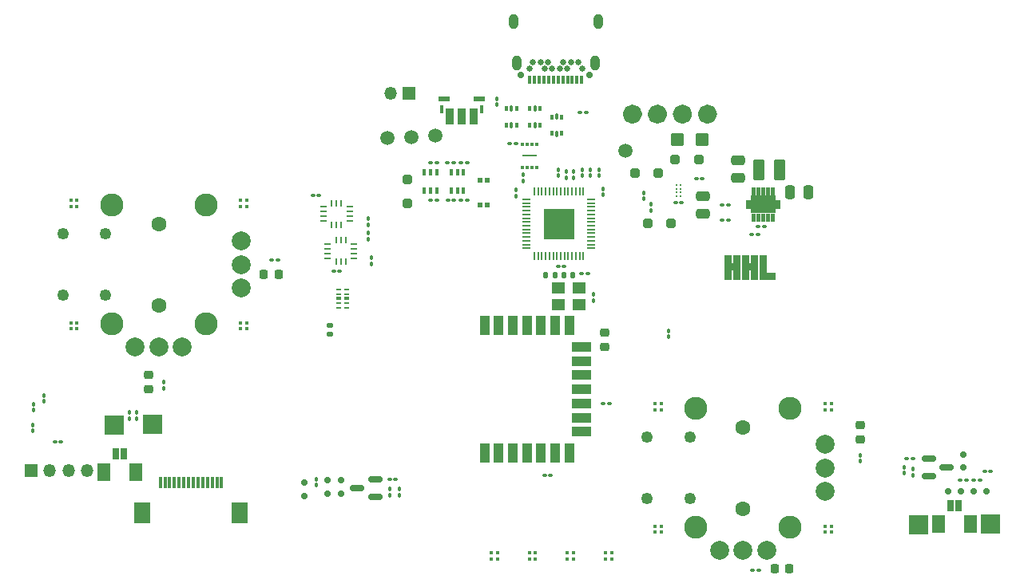
<source format=gbr>
G04 #@! TF.GenerationSoftware,KiCad,Pcbnew,8.0.2*
G04 #@! TF.CreationDate,2025-02-05T20:19:13-08:00*
G04 #@! TF.ProjectId,progcc_3.3_main,70726f67-6363-45f3-932e-335f6d61696e,1*
G04 #@! TF.SameCoordinates,Original*
G04 #@! TF.FileFunction,Soldermask,Top*
G04 #@! TF.FilePolarity,Negative*
%FSLAX46Y46*%
G04 Gerber Fmt 4.6, Leading zero omitted, Abs format (unit mm)*
G04 Created by KiCad (PCBNEW 8.0.2) date 2025-02-05 20:19:13*
%MOMM*%
%LPD*%
G01*
G04 APERTURE LIST*
G04 Aperture macros list*
%AMRoundRect*
0 Rectangle with rounded corners*
0 $1 Rounding radius*
0 $2 $3 $4 $5 $6 $7 $8 $9 X,Y pos of 4 corners*
0 Add a 4 corners polygon primitive as box body*
4,1,4,$2,$3,$4,$5,$6,$7,$8,$9,$2,$3,0*
0 Add four circle primitives for the rounded corners*
1,1,$1+$1,$2,$3*
1,1,$1+$1,$4,$5*
1,1,$1+$1,$6,$7*
1,1,$1+$1,$8,$9*
0 Add four rect primitives between the rounded corners*
20,1,$1+$1,$2,$3,$4,$5,0*
20,1,$1+$1,$4,$5,$6,$7,0*
20,1,$1+$1,$6,$7,$8,$9,0*
20,1,$1+$1,$8,$9,$2,$3,0*%
G04 Aperture macros list end*
%ADD10C,1.050000*%
%ADD11C,0.025000*%
%ADD12C,0.010000*%
%ADD13RoundRect,0.100000X-0.130000X-0.100000X0.130000X-0.100000X0.130000X0.100000X-0.130000X0.100000X0*%
%ADD14RoundRect,0.250000X-0.250000X-0.475000X0.250000X-0.475000X0.250000X0.475000X-0.250000X0.475000X0*%
%ADD15O,0.400000X0.900000*%
%ADD16R,0.950000X1.700000*%
%ADD17R,0.900000X1.700000*%
%ADD18R,1.200000X0.600000*%
%ADD19RoundRect,0.100000X-0.100000X0.130000X-0.100000X-0.130000X0.100000X-0.130000X0.100000X0.130000X0*%
%ADD20RoundRect,0.150000X-0.150000X-0.200000X0.150000X-0.200000X0.150000X0.200000X-0.150000X0.200000X0*%
%ADD21R,0.370000X0.370000*%
%ADD22RoundRect,0.100000X0.100000X-0.130000X0.100000X0.130000X-0.100000X0.130000X-0.100000X-0.130000X0*%
%ADD23RoundRect,0.250000X0.475000X-0.250000X0.475000X0.250000X-0.475000X0.250000X-0.475000X-0.250000X0*%
%ADD24RoundRect,0.225000X-0.250000X0.225000X-0.250000X-0.225000X0.250000X-0.225000X0.250000X0.225000X0*%
%ADD25R,0.400000X0.650000*%
%ADD26RoundRect,0.225000X0.225000X0.250000X-0.225000X0.250000X-0.225000X-0.250000X0.225000X-0.250000X0*%
%ADD27RoundRect,0.250000X0.250000X0.250000X-0.250000X0.250000X-0.250000X-0.250000X0.250000X-0.250000X0*%
%ADD28RoundRect,0.100000X0.130000X0.100000X-0.130000X0.100000X-0.130000X-0.100000X0.130000X-0.100000X0*%
%ADD29R,2.000000X2.000000*%
%ADD30RoundRect,0.050000X-0.387500X-0.050000X0.387500X-0.050000X0.387500X0.050000X-0.387500X0.050000X0*%
%ADD31RoundRect,0.050000X-0.050000X-0.387500X0.050000X-0.387500X0.050000X0.387500X-0.050000X0.387500X0*%
%ADD32R,3.200000X3.200000*%
%ADD33RoundRect,0.093750X-0.093750X0.156250X-0.093750X-0.156250X0.093750X-0.156250X0.093750X0.156250X0*%
%ADD34RoundRect,0.075000X-0.075000X0.250000X-0.075000X-0.250000X0.075000X-0.250000X0.075000X0.250000X0*%
%ADD35C,1.500000*%
%ADD36RoundRect,0.250000X-0.250000X-0.250000X0.250000X-0.250000X0.250000X0.250000X-0.250000X0.250000X0*%
%ADD37RoundRect,0.093750X0.093750X-0.156250X0.093750X0.156250X-0.093750X0.156250X-0.093750X-0.156250X0*%
%ADD38RoundRect,0.075000X0.075000X-0.250000X0.075000X0.250000X-0.075000X0.250000X-0.075000X-0.250000X0*%
%ADD39RoundRect,0.150000X0.150000X0.200000X-0.150000X0.200000X-0.150000X-0.200000X0.150000X-0.200000X0*%
%ADD40RoundRect,0.140000X-0.170000X0.140000X-0.170000X-0.140000X0.170000X-0.140000X0.170000X0.140000X0*%
%ADD41RoundRect,0.150000X-0.587500X-0.150000X0.587500X-0.150000X0.587500X0.150000X-0.587500X0.150000X0*%
%ADD42C,0.230000*%
%ADD43RoundRect,0.102000X-0.250000X-0.500000X0.250000X-0.500000X0.250000X0.500000X-0.250000X0.500000X0*%
%ADD44RoundRect,0.102000X-0.600000X-0.850000X0.600000X-0.850000X0.600000X0.850000X-0.600000X0.850000X0*%
%ADD45R,0.300000X0.400000*%
%ADD46R,1.600000X0.200000*%
%ADD47RoundRect,0.225000X-0.225000X-0.250000X0.225000X-0.250000X0.225000X0.250000X-0.225000X0.250000X0*%
%ADD48RoundRect,0.250000X-0.450000X-0.425000X0.450000X-0.425000X0.450000X0.425000X-0.450000X0.425000X0*%
%ADD49R,1.350000X1.350000*%
%ADD50O,1.350000X1.350000*%
%ADD51R,1.400000X1.200000*%
%ADD52RoundRect,0.140000X0.140000X0.170000X-0.140000X0.170000X-0.140000X-0.170000X0.140000X-0.170000X0*%
%ADD53C,2.450000*%
%ADD54C,1.600000*%
%ADD55C,1.250000*%
%ADD56C,2.000000*%
%ADD57R,0.500000X0.550000*%
%ADD58R,0.565000X0.200000*%
%ADD59R,0.565000X0.400000*%
%ADD60RoundRect,0.150000X0.587500X0.150000X-0.587500X0.150000X-0.587500X-0.150000X0.587500X-0.150000X0*%
%ADD61R,1.000000X2.000000*%
%ADD62R,2.000000X1.000000*%
%ADD63RoundRect,0.140000X-0.140000X-0.170000X0.140000X-0.170000X0.140000X0.170000X-0.140000X0.170000X0*%
%ADD64R,0.300000X1.300000*%
%ADD65R,1.800000X2.200000*%
%ADD66C,0.700000*%
%ADD67R,0.300000X0.900000*%
%ADD68C,0.650000*%
%ADD69O,1.000000X1.600000*%
%ADD70RoundRect,0.150000X-0.200000X0.150000X-0.200000X-0.150000X0.200000X-0.150000X0.200000X0.150000X0*%
%ADD71R,0.745000X0.280000*%
%ADD72R,0.280000X0.745000*%
%ADD73RoundRect,0.150000X0.200000X-0.150000X0.200000X0.150000X-0.200000X0.150000X-0.200000X-0.150000X0*%
%ADD74RoundRect,0.250000X-0.375000X-0.850000X0.375000X-0.850000X0.375000X0.850000X-0.375000X0.850000X0*%
%ADD75RoundRect,0.250000X-0.250000X0.250000X-0.250000X-0.250000X0.250000X-0.250000X0.250000X0.250000X0*%
%ADD76RoundRect,0.250000X-0.475000X0.250000X-0.475000X-0.250000X0.475000X-0.250000X0.475000X0.250000X0*%
%ADD77RoundRect,0.218750X-0.256250X0.218750X-0.256250X-0.218750X0.256250X-0.218750X0.256250X0.218750X0*%
G04 APERTURE END LIST*
D10*
X149758400Y-102463600D02*
G75*
G02*
X148708400Y-102463600I-525000J0D01*
G01*
X148708400Y-102463600D02*
G75*
G02*
X149758400Y-102463600I525000J0D01*
G01*
X152408400Y-102463600D02*
G75*
G02*
X151358400Y-102463600I-525000J0D01*
G01*
X151358400Y-102463600D02*
G75*
G02*
X152408400Y-102463600I525000J0D01*
G01*
X147108400Y-102463600D02*
G75*
G02*
X146058400Y-102463600I-525000J0D01*
G01*
X146058400Y-102463600D02*
G75*
G02*
X147108400Y-102463600I525000J0D01*
G01*
X155058400Y-102463600D02*
G75*
G02*
X154008400Y-102463600I-525000J0D01*
G01*
X154008400Y-102463600D02*
G75*
G02*
X155058400Y-102463600I525000J0D01*
G01*
D11*
X160727911Y-119284910D02*
X161681866Y-119284910D01*
X161681866Y-119954279D01*
X160095252Y-119954279D01*
X160095252Y-117401107D01*
X160727911Y-117401107D01*
X160727911Y-119284910D01*
G36*
X160727911Y-119284910D02*
G01*
X161681866Y-119284910D01*
X161681866Y-119954279D01*
X160095252Y-119954279D01*
X160095252Y-117401107D01*
X160727911Y-117401107D01*
X160727911Y-119284910D01*
G37*
X157961777Y-119954279D02*
X157280916Y-119954279D01*
X157280916Y-118986157D01*
X157041260Y-118986157D01*
X157041260Y-119954279D01*
X156355960Y-119954279D01*
X156355960Y-117401627D01*
X157038974Y-117401107D01*
X157038974Y-118323909D01*
X157280916Y-118323909D01*
X157280916Y-117401107D01*
X157961777Y-117401107D01*
X157961777Y-119954279D01*
G36*
X157961777Y-119954279D02*
G01*
X157280916Y-119954279D01*
X157280916Y-118986157D01*
X157041260Y-118986157D01*
X157041260Y-119954279D01*
X156355960Y-119954279D01*
X156355960Y-117401627D01*
X157038974Y-117401107D01*
X157038974Y-118323909D01*
X157280916Y-118323909D01*
X157280916Y-117401107D01*
X157961777Y-117401107D01*
X157961777Y-119954279D01*
G37*
X159811777Y-119954279D02*
X159130916Y-119954279D01*
X159130916Y-118986157D01*
X158891260Y-118986157D01*
X158891260Y-119954279D01*
X158205960Y-119954279D01*
X158205960Y-117401627D01*
X158888974Y-117401107D01*
X158888974Y-118323909D01*
X159130916Y-118323909D01*
X159130916Y-117401107D01*
X159811777Y-117401107D01*
X159811777Y-119954279D01*
G36*
X159811777Y-119954279D02*
G01*
X159130916Y-119954279D01*
X159130916Y-118986157D01*
X158891260Y-118986157D01*
X158891260Y-119954279D01*
X158205960Y-119954279D01*
X158205960Y-117401627D01*
X158888974Y-117401107D01*
X158888974Y-118323909D01*
X159130916Y-118323909D01*
X159130916Y-117401107D01*
X159811777Y-117401107D01*
X159811777Y-119954279D01*
G37*
D12*
X159590000Y-110970000D02*
X159210000Y-110970000D01*
X159210000Y-110230000D01*
X159590000Y-110230000D01*
X159590000Y-110970000D01*
G36*
X159590000Y-110970000D02*
G01*
X159210000Y-110970000D01*
X159210000Y-110230000D01*
X159590000Y-110230000D01*
X159590000Y-110970000D01*
G37*
X159590000Y-113770000D02*
X159210000Y-113770000D01*
X159210000Y-113030000D01*
X159590000Y-113030000D01*
X159590000Y-113770000D01*
G36*
X159590000Y-113770000D02*
G01*
X159210000Y-113770000D01*
X159210000Y-113030000D01*
X159590000Y-113030000D01*
X159590000Y-113770000D01*
G37*
X160090000Y-110970000D02*
X159710000Y-110970000D01*
X159710000Y-110230000D01*
X160090000Y-110230000D01*
X160090000Y-110970000D01*
G36*
X160090000Y-110970000D02*
G01*
X159710000Y-110970000D01*
X159710000Y-110230000D01*
X160090000Y-110230000D01*
X160090000Y-110970000D01*
G37*
X160090000Y-113770000D02*
X159710000Y-113770000D01*
X159710000Y-113030000D01*
X160090000Y-113030000D01*
X160090000Y-113770000D01*
G36*
X160090000Y-113770000D02*
G01*
X159710000Y-113770000D01*
X159710000Y-113030000D01*
X160090000Y-113030000D01*
X160090000Y-113770000D01*
G37*
X160590000Y-110970000D02*
X160210000Y-110970000D01*
X160210000Y-110230000D01*
X160590000Y-110230000D01*
X160590000Y-110970000D01*
G36*
X160590000Y-110970000D02*
G01*
X160210000Y-110970000D01*
X160210000Y-110230000D01*
X160590000Y-110230000D01*
X160590000Y-110970000D01*
G37*
X160590000Y-113770000D02*
X160210000Y-113770000D01*
X160210000Y-113030000D01*
X160590000Y-113030000D01*
X160590000Y-113770000D01*
G36*
X160590000Y-113770000D02*
G01*
X160210000Y-113770000D01*
X160210000Y-113030000D01*
X160590000Y-113030000D01*
X160590000Y-113770000D01*
G37*
X161090000Y-110970000D02*
X160710000Y-110970000D01*
X160710000Y-110230000D01*
X161090000Y-110230000D01*
X161090000Y-110970000D01*
G36*
X161090000Y-110970000D02*
G01*
X160710000Y-110970000D01*
X160710000Y-110230000D01*
X161090000Y-110230000D01*
X161090000Y-110970000D01*
G37*
X161090000Y-113770000D02*
X160710000Y-113770000D01*
X160710000Y-113030000D01*
X161090000Y-113030000D01*
X161090000Y-113770000D01*
G36*
X161090000Y-113770000D02*
G01*
X160710000Y-113770000D01*
X160710000Y-113030000D01*
X161090000Y-113030000D01*
X161090000Y-113770000D01*
G37*
X161590000Y-110970000D02*
X161210000Y-110970000D01*
X161210000Y-110230000D01*
X161590000Y-110230000D01*
X161590000Y-110970000D01*
G36*
X161590000Y-110970000D02*
G01*
X161210000Y-110970000D01*
X161210000Y-110230000D01*
X161590000Y-110230000D01*
X161590000Y-110970000D01*
G37*
X161590000Y-113770000D02*
X161210000Y-113770000D01*
X161210000Y-113030000D01*
X161590000Y-113030000D01*
X161590000Y-113770000D01*
G36*
X161590000Y-113770000D02*
G01*
X161210000Y-113770000D01*
X161210000Y-113030000D01*
X161590000Y-113030000D01*
X161590000Y-113770000D01*
G37*
X161670000Y-111555000D02*
X162170000Y-111555000D01*
X162170000Y-111945000D01*
X161670000Y-111945000D01*
X161670000Y-112055000D01*
X162170000Y-112055000D01*
X162170000Y-112445000D01*
X161670000Y-112445000D01*
X161670000Y-112895000D01*
X159130000Y-112895000D01*
X159130000Y-112445000D01*
X158630000Y-112445000D01*
X158630000Y-112055000D01*
X159130000Y-112055000D01*
X159130000Y-111945000D01*
X158630000Y-111945000D01*
X158630000Y-111555000D01*
X159130000Y-111555000D01*
X159130000Y-111105000D01*
X161670000Y-111105000D01*
X161670000Y-111555000D01*
G36*
X161670000Y-111555000D02*
G01*
X162170000Y-111555000D01*
X162170000Y-111945000D01*
X161670000Y-111945000D01*
X161670000Y-112055000D01*
X162170000Y-112055000D01*
X162170000Y-112445000D01*
X161670000Y-112445000D01*
X161670000Y-112895000D01*
X159130000Y-112895000D01*
X159130000Y-112445000D01*
X158630000Y-112445000D01*
X158630000Y-112055000D01*
X159130000Y-112055000D01*
X159130000Y-111945000D01*
X158630000Y-111945000D01*
X158630000Y-111555000D01*
X159130000Y-111555000D01*
X159130000Y-111105000D01*
X161670000Y-111105000D01*
X161670000Y-111555000D01*
G37*
D13*
X85360000Y-137280000D03*
X86000000Y-137280000D03*
D14*
X163320000Y-110770000D03*
X165220000Y-110770000D03*
D15*
X126333519Y-101965000D03*
X130633519Y-101965000D03*
D16*
X127208519Y-102740000D03*
D17*
X128483519Y-102740000D03*
D16*
X129758519Y-102740000D03*
D18*
X126583519Y-100840000D03*
X130383519Y-100840000D03*
D19*
X139611100Y-108543094D03*
X139611100Y-109183094D03*
D20*
X181421000Y-142494000D03*
X180021000Y-142494000D03*
D21*
X166985200Y-133857000D03*
X167655200Y-133857000D03*
X167655200Y-133187000D03*
X166985200Y-133187000D03*
D22*
X118900000Y-118370000D03*
X118900000Y-117730000D03*
D13*
X156120000Y-113670000D03*
X156760000Y-113670000D03*
D23*
X154080000Y-113070000D03*
X154080000Y-111170000D03*
D22*
X170739623Y-139288477D03*
X170739623Y-138648477D03*
D24*
X95317457Y-130105391D03*
X95317457Y-131655391D03*
D25*
X124546600Y-110556100D03*
X125196600Y-110556100D03*
X125846600Y-110556100D03*
X125846600Y-108656100D03*
X125196600Y-108656100D03*
X124546600Y-108656100D03*
D22*
X150418800Y-126100800D03*
X150418800Y-125460800D03*
D20*
X115685800Y-142773400D03*
X114285800Y-142773400D03*
D13*
X120838000Y-141224000D03*
X121478000Y-141224000D03*
D26*
X163225004Y-150698757D03*
X161675004Y-150698757D03*
D21*
X87042000Y-112267600D03*
X87712000Y-112267600D03*
X87712000Y-111597600D03*
X87042000Y-111597600D03*
D27*
X149352626Y-108746930D03*
X146852626Y-108746930D03*
D28*
X127660800Y-111612700D03*
X127020800Y-111612700D03*
D13*
X183931600Y-140411200D03*
X184571600Y-140411200D03*
D28*
X134220000Y-105550000D03*
X133580000Y-105550000D03*
D29*
X176936400Y-146021300D03*
D22*
X113055400Y-141848800D03*
X113055400Y-141208800D03*
D30*
X135348200Y-111508094D03*
X135348200Y-111908094D03*
X135348200Y-112308094D03*
X135348200Y-112708094D03*
X135348200Y-113108094D03*
X135348200Y-113508094D03*
X135348200Y-113908094D03*
X135348200Y-114308094D03*
X135348200Y-114708094D03*
X135348200Y-115108094D03*
X135348200Y-115508094D03*
X135348200Y-115908094D03*
X135348200Y-116308094D03*
X135348200Y-116708094D03*
D31*
X136185700Y-117545594D03*
X136585700Y-117545594D03*
X136985700Y-117545594D03*
X137385700Y-117545594D03*
X137785700Y-117545594D03*
X138185700Y-117545594D03*
X138585700Y-117545594D03*
X138985700Y-117545594D03*
X139385700Y-117545594D03*
X139785700Y-117545594D03*
X140185700Y-117545594D03*
X140585700Y-117545594D03*
X140985700Y-117545594D03*
X141385700Y-117545594D03*
D30*
X142223200Y-116708094D03*
X142223200Y-116308094D03*
X142223200Y-115908094D03*
X142223200Y-115508094D03*
X142223200Y-115108094D03*
X142223200Y-114708094D03*
X142223200Y-114308094D03*
X142223200Y-113908094D03*
X142223200Y-113508094D03*
X142223200Y-113108094D03*
X142223200Y-112708094D03*
X142223200Y-112308094D03*
X142223200Y-111908094D03*
X142223200Y-111508094D03*
D31*
X141385700Y-110670594D03*
X140985700Y-110670594D03*
X140585700Y-110670594D03*
X140185700Y-110670594D03*
X139785700Y-110670594D03*
X139385700Y-110670594D03*
X138985700Y-110670594D03*
X138585700Y-110670594D03*
X138185700Y-110670594D03*
X137785700Y-110670594D03*
X137385700Y-110670594D03*
X136985700Y-110670594D03*
X136585700Y-110670594D03*
X136185700Y-110670594D03*
D32*
X138785700Y-114108094D03*
D33*
X139087500Y-102750000D03*
D34*
X138550000Y-102675000D03*
D33*
X138012500Y-102750000D03*
X138012500Y-104450000D03*
D34*
X138550000Y-104525000D03*
D33*
X139087500Y-104450000D03*
D21*
X105042000Y-125267600D03*
X105712000Y-125267600D03*
X105712000Y-124597600D03*
X105042000Y-124597600D03*
D35*
X145872200Y-106324400D03*
D22*
X142151100Y-108977294D03*
X142151100Y-108337294D03*
D13*
X125206800Y-111612700D03*
X125846800Y-111612700D03*
D36*
X148200000Y-114050000D03*
X150700000Y-114050000D03*
D29*
X91623896Y-135440000D03*
D19*
X175412400Y-139938800D03*
X175412400Y-140578800D03*
D37*
X135725000Y-103600000D03*
D38*
X136262500Y-103675000D03*
D37*
X136800000Y-103600000D03*
X136800000Y-101900000D03*
D38*
X136262500Y-101825000D03*
D37*
X135725000Y-101900000D03*
D21*
X143746226Y-149724357D03*
X144416226Y-149724357D03*
X144416226Y-149054357D03*
X143746226Y-149054357D03*
D27*
X153599200Y-107238800D03*
X151099200Y-107238800D03*
D39*
X182738800Y-142494000D03*
X184138800Y-142494000D03*
D40*
X114500000Y-124870000D03*
X114500000Y-125830000D03*
D22*
X134251700Y-111164294D03*
X134251700Y-110524294D03*
D41*
X178005500Y-139015300D03*
X178005500Y-140915300D03*
X179880500Y-139965300D03*
D35*
X123164600Y-104927400D03*
D13*
X125181400Y-107599500D03*
X125821400Y-107599500D03*
D22*
X176326800Y-140807400D03*
X176326800Y-140167400D03*
X93268800Y-134762200D03*
X93268800Y-134122200D03*
D19*
X120853200Y-142275600D03*
X120853200Y-142915600D03*
D13*
X156120000Y-112140000D03*
X156760000Y-112140000D03*
D28*
X115566855Y-119144024D03*
X114926855Y-119144024D03*
D19*
X140322300Y-108543094D03*
X140322300Y-109183094D03*
X94056200Y-134122200D03*
X94056200Y-134762200D03*
D42*
X151288800Y-109969400D03*
X151688800Y-109969400D03*
X151288800Y-110369400D03*
X151688800Y-110369400D03*
X151288800Y-110769400D03*
X151688800Y-110769400D03*
X151288800Y-111169400D03*
X151688800Y-111169400D03*
D43*
X91840000Y-138495000D03*
X92640000Y-138495000D03*
D44*
X90540000Y-140445000D03*
X93940000Y-140445000D03*
D45*
X134949500Y-108081894D03*
X135449500Y-108081894D03*
X135949500Y-108081894D03*
X136449500Y-108081894D03*
X136449500Y-105681894D03*
X135949500Y-105681894D03*
X135449500Y-105681894D03*
X134949500Y-105681894D03*
D46*
X135699500Y-106881894D03*
D47*
X107506309Y-119497056D03*
X109056309Y-119497056D03*
D43*
X180330000Y-144055000D03*
X181130000Y-144055000D03*
D44*
X179030000Y-146005000D03*
X182430000Y-146005000D03*
D48*
X151304000Y-105130600D03*
X154004000Y-105130600D03*
D21*
X148985200Y-146857000D03*
X149655200Y-146857000D03*
X149655200Y-146187000D03*
X148985200Y-146187000D03*
D19*
X142460000Y-121610000D03*
X142460000Y-122250000D03*
D49*
X82810000Y-140310000D03*
D50*
X84810000Y-140310000D03*
X86810000Y-140310000D03*
X88810000Y-140310000D03*
D22*
X134975600Y-109564094D03*
X134975600Y-108924094D03*
D51*
X138690000Y-122650000D03*
X140890000Y-122650000D03*
X140890000Y-120950000D03*
X138690000Y-120950000D03*
D13*
X143480000Y-133150000D03*
X144120000Y-133150000D03*
D22*
X143471900Y-111037294D03*
X143471900Y-110397294D03*
D21*
X105042000Y-112267600D03*
X105712000Y-112267600D03*
X105712000Y-111597600D03*
X105042000Y-111597600D03*
D24*
X170738456Y-135439581D03*
X170738456Y-136989581D03*
D52*
X138370000Y-119540000D03*
X137410000Y-119540000D03*
D19*
X84175600Y-132329400D03*
X84175600Y-132969400D03*
D21*
X166985200Y-146857000D03*
X167655200Y-146857000D03*
X167655200Y-146187000D03*
X166985200Y-146187000D03*
D25*
X127391400Y-110556100D03*
X128041400Y-110556100D03*
X128691400Y-110556100D03*
X128691400Y-108656100D03*
X128041400Y-108656100D03*
X127391400Y-108656100D03*
D13*
X159325629Y-150847756D03*
X159965629Y-150847756D03*
D22*
X118550000Y-115720000D03*
X118550000Y-115080000D03*
D53*
X153320200Y-133697000D03*
X153320200Y-146347000D03*
D54*
X158320200Y-135722000D03*
X158320200Y-144322000D03*
D53*
X163320200Y-133697000D03*
X163320200Y-146347000D03*
D55*
X152670200Y-136772000D03*
X152670200Y-143272000D03*
X148170200Y-136772000D03*
X148170200Y-143272000D03*
D56*
X155820200Y-148722000D03*
X158320200Y-148722000D03*
X160820200Y-148722000D03*
X167020200Y-142522000D03*
X167020200Y-140022000D03*
X167020200Y-137522000D03*
D13*
X137280000Y-140800000D03*
X137920000Y-140800000D03*
D19*
X148570432Y-112053571D03*
X148570432Y-112693571D03*
D57*
X130435400Y-112119800D03*
X131235400Y-112119800D03*
X130435400Y-109469800D03*
X131235400Y-109469800D03*
D13*
X181315400Y-141300200D03*
X181955400Y-141300200D03*
X108365401Y-117977059D03*
X109005401Y-117977059D03*
D28*
X113370000Y-111100000D03*
X112730000Y-111100000D03*
D19*
X143065500Y-108337294D03*
X143065500Y-108977294D03*
D13*
X153353200Y-109274000D03*
X153993200Y-109274000D03*
D28*
X141840000Y-119420000D03*
X141200000Y-119420000D03*
D58*
X115483000Y-121050000D03*
X115483000Y-121550000D03*
D59*
X115483000Y-122050000D03*
D58*
X115483000Y-122550000D03*
X115483000Y-123050000D03*
X116317000Y-123050000D03*
X116317000Y-122550000D03*
D59*
X116317000Y-122050000D03*
D58*
X116317000Y-121550000D03*
X116317000Y-121050000D03*
D60*
X119301500Y-143088400D03*
X119301500Y-141188400D03*
X117426500Y-142138400D03*
D13*
X182788600Y-141300200D03*
X183428600Y-141300200D03*
D19*
X138747500Y-108339894D03*
X138747500Y-108979894D03*
D49*
X122920000Y-100228400D03*
D50*
X120920000Y-100228400D03*
D21*
X135646226Y-149724357D03*
X136316226Y-149724357D03*
X136316226Y-149054357D03*
X135646226Y-149054357D03*
D22*
X118550000Y-114220000D03*
X118550000Y-113580000D03*
D61*
X130900000Y-138425000D03*
X132400000Y-138425000D03*
X133900000Y-138425000D03*
X135400000Y-138425000D03*
X136900000Y-138425000D03*
X138400000Y-138425000D03*
X139900000Y-138425000D03*
D62*
X141200000Y-136175000D03*
X141200000Y-134675000D03*
X141200000Y-133175000D03*
X141200000Y-131675000D03*
X141200000Y-130175000D03*
X141200000Y-128675000D03*
X141200000Y-127175000D03*
D61*
X139900000Y-124925000D03*
X138400000Y-124925000D03*
X136900000Y-124925000D03*
X135400000Y-124925000D03*
X133900000Y-124925000D03*
X132400000Y-124925000D03*
X130900000Y-124925000D03*
D63*
X139290000Y-119540000D03*
X140250000Y-119540000D03*
D35*
X120599200Y-104952800D03*
D19*
X141236700Y-108339894D03*
X141236700Y-108979894D03*
D64*
X96540000Y-141530000D03*
X97040000Y-141530000D03*
X97540000Y-141530000D03*
X98040000Y-141530000D03*
X98540000Y-141530000D03*
X99040000Y-141530000D03*
X99540000Y-141530000D03*
X100040000Y-141530000D03*
X100540000Y-141530000D03*
X101040000Y-141530000D03*
X101540000Y-141530000D03*
X102040000Y-141530000D03*
X102540000Y-141530000D03*
X103040000Y-141530000D03*
D65*
X94640000Y-144780000D03*
X104940000Y-144780000D03*
D35*
X125679200Y-104724200D03*
D19*
X83075375Y-133229089D03*
X83075375Y-133869089D03*
D28*
X127624800Y-107599500D03*
X126984800Y-107599500D03*
D66*
X142060000Y-98275000D03*
X134710000Y-98275000D03*
D67*
X141210000Y-98835000D03*
X140710000Y-98835000D03*
X140210000Y-98835000D03*
X139710000Y-98835000D03*
X139210000Y-98835000D03*
X138710000Y-98835000D03*
X138210000Y-98835000D03*
X137710000Y-98835000D03*
X137210000Y-98835000D03*
X136710000Y-98835000D03*
X136210000Y-98835000D03*
X135710000Y-98835000D03*
D68*
X135660000Y-97625000D03*
X136060000Y-96925000D03*
X136860000Y-96925000D03*
X137260000Y-97625000D03*
X137660000Y-96925000D03*
X138060000Y-97625000D03*
X138860000Y-97625000D03*
X139260000Y-96925000D03*
X139660000Y-97625000D03*
X140060000Y-96925000D03*
X140860000Y-96925000D03*
X141260000Y-97625000D03*
D69*
X142950000Y-92635000D03*
X142590000Y-97025000D03*
X134330000Y-97025000D03*
X133970000Y-92635000D03*
D70*
X181635400Y-139968200D03*
X181635400Y-138568200D03*
D39*
X114285800Y-141300200D03*
X115685800Y-141300200D03*
D13*
X128432600Y-107599500D03*
X129072600Y-107599500D03*
X138710000Y-118630000D03*
X139350000Y-118630000D03*
D19*
X96933652Y-130932363D03*
X96933652Y-131572363D03*
D21*
X87042000Y-125267600D03*
X87712000Y-125267600D03*
X87712000Y-124597600D03*
X87042000Y-124597600D03*
D71*
X116596000Y-113800000D03*
X116596000Y-113300000D03*
X116596000Y-112800000D03*
X116596000Y-112300000D03*
D72*
X115698000Y-111902000D03*
X115198000Y-111902000D03*
X114698000Y-111902000D03*
D71*
X113800000Y-112300000D03*
X113800000Y-112800000D03*
X113800000Y-113300000D03*
X113800000Y-113800000D03*
D72*
X114698000Y-114198000D03*
X115198000Y-114198000D03*
X115698000Y-114198000D03*
D73*
X111785400Y-141590800D03*
X111785400Y-142990800D03*
D13*
X128443200Y-111612700D03*
X129083200Y-111612700D03*
X151143400Y-111864800D03*
X151783400Y-111864800D03*
D37*
X133212500Y-103600000D03*
D38*
X133750000Y-103675000D03*
D37*
X134287500Y-103600000D03*
X134287500Y-101900000D03*
D38*
X133750000Y-101825000D03*
D37*
X133212500Y-101900000D03*
D21*
X131596226Y-149724357D03*
X132266226Y-149724357D03*
X132266226Y-149054357D03*
X131596226Y-149054357D03*
D71*
X114302000Y-116250000D03*
X114302000Y-116750000D03*
X114302000Y-117250000D03*
X114302000Y-117750000D03*
D72*
X115200000Y-118148000D03*
X115700000Y-118148000D03*
X116200000Y-118148000D03*
D71*
X117098000Y-117750000D03*
X117098000Y-117250000D03*
X117098000Y-116750000D03*
X117098000Y-116250000D03*
D72*
X116200000Y-115852000D03*
X115700000Y-115852000D03*
X115200000Y-115852000D03*
D74*
X160015000Y-108340000D03*
X162165000Y-108340000D03*
D19*
X132250000Y-100830000D03*
X132250000Y-101470000D03*
D53*
X91377000Y-112107600D03*
X91377000Y-124757600D03*
D54*
X96377000Y-114132600D03*
X96377000Y-122732600D03*
D53*
X101377000Y-112107600D03*
X101377000Y-124757600D03*
D55*
X90727000Y-115182600D03*
X90727000Y-121682600D03*
X86227000Y-115182600D03*
X86227000Y-121682600D03*
D56*
X93877000Y-127132600D03*
X96377000Y-127132600D03*
X98877000Y-127132600D03*
X105077000Y-120932600D03*
X105077000Y-118432600D03*
X105077000Y-115932600D03*
D28*
X160538077Y-114402950D03*
X159898077Y-114402950D03*
D75*
X122758200Y-109392400D03*
X122758200Y-111892400D03*
D22*
X83003941Y-136079076D03*
X83003941Y-135439076D03*
D13*
X159258348Y-115214226D03*
X159898348Y-115214226D03*
D21*
X148985200Y-133857000D03*
X149655200Y-133857000D03*
X149655200Y-133187000D03*
X148985200Y-133187000D03*
X139696226Y-149724357D03*
X140366226Y-149724357D03*
X140366226Y-149054357D03*
X139696226Y-149054357D03*
D22*
X121894600Y-142915600D03*
X121894600Y-142275600D03*
D29*
X95740000Y-135410000D03*
X184556400Y-145995900D03*
D13*
X175676600Y-138988800D03*
X176316600Y-138988800D03*
D76*
X157782026Y-107324670D03*
X157782026Y-109224670D03*
D13*
X141056400Y-102311200D03*
X141696400Y-102311200D03*
D77*
X143650000Y-125612500D03*
X143650000Y-127187500D03*
D19*
X147815723Y-110808301D03*
X147815723Y-111448301D03*
M02*

</source>
